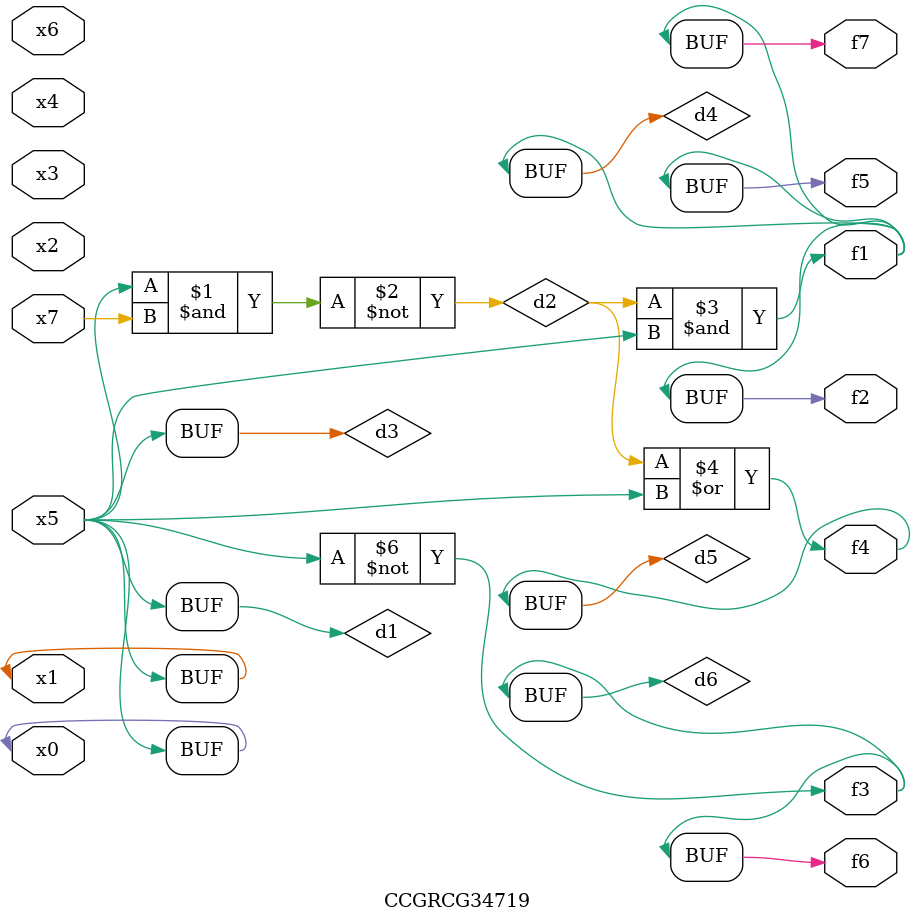
<source format=v>
module CCGRCG34719(
	input x0, x1, x2, x3, x4, x5, x6, x7,
	output f1, f2, f3, f4, f5, f6, f7
);

	wire d1, d2, d3, d4, d5, d6;

	buf (d1, x0, x5);
	nand (d2, x5, x7);
	buf (d3, x0, x1);
	and (d4, d2, d3);
	or (d5, d2, d3);
	nor (d6, d1, d3);
	assign f1 = d4;
	assign f2 = d4;
	assign f3 = d6;
	assign f4 = d5;
	assign f5 = d4;
	assign f6 = d6;
	assign f7 = d4;
endmodule

</source>
